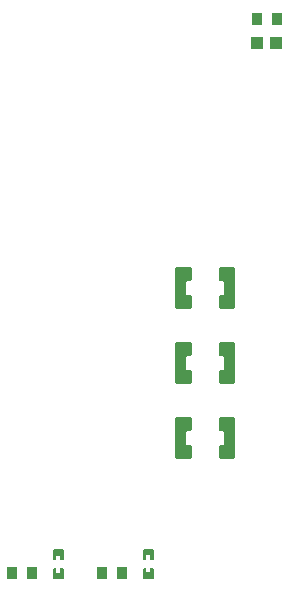
<source format=gtp>
G04 Layer: TopPasteMaskLayer*
G04 EasyEDA v6.5.32, 2023-07-25 14:04:49*
G04 c8ab560ed44a410f903f0410a66912ea,5a6b42c53f6a479593ecc07194224c93,10*
G04 Gerber Generator version 0.2*
G04 Scale: 100 percent, Rotated: No, Reflected: No *
G04 Dimensions in millimeters *
G04 leading zeros omitted , absolute positions ,4 integer and 5 decimal *
%FSLAX45Y45*%
%MOMM*%

%ADD10R,0.8999X1.0000*%
%ADD11R,1.0000X1.1000*%

%LPD*%
G36*
X2423820Y1089710D02*
G01*
X2418791Y1084681D01*
X2418791Y1004722D01*
X2423820Y999693D01*
X2446578Y999693D01*
X2446578Y1036675D01*
X2479598Y1036675D01*
X2479598Y999693D01*
X2503779Y999693D01*
X2508808Y1004722D01*
X2508808Y1084681D01*
X2503779Y1089710D01*
G37*
G36*
X2423820Y929690D02*
G01*
X2418791Y924712D01*
X2418791Y845718D01*
X2423820Y840689D01*
X2503779Y840689D01*
X2508808Y845718D01*
X2508808Y924712D01*
X2503779Y929690D01*
X2479598Y929690D01*
X2479598Y891692D01*
X2446578Y891692D01*
X2446578Y929690D01*
G37*
G36*
X3185769Y930706D02*
G01*
X3180791Y925677D01*
X3180791Y845718D01*
X3185769Y840689D01*
X3265779Y840689D01*
X3270808Y845718D01*
X3270808Y925677D01*
X3265779Y930706D01*
X3242970Y930706D01*
X3242970Y893673D01*
X3210001Y893673D01*
X3210001Y930706D01*
G37*
G36*
X3185769Y1089710D02*
G01*
X3180791Y1084681D01*
X3180791Y1005687D01*
X3185769Y1000709D01*
X3210001Y1000709D01*
X3210001Y1038707D01*
X3242970Y1038707D01*
X3242970Y1000709D01*
X3265779Y1000709D01*
X3270808Y1005687D01*
X3270808Y1084681D01*
X3265779Y1089710D01*
G37*
G36*
X3833418Y2206955D02*
G01*
X3823411Y2196947D01*
X3823411Y2101494D01*
X3833418Y2091486D01*
X3861206Y2091486D01*
X3871214Y2081479D01*
X3871214Y1982520D01*
X3861206Y1972513D01*
X3833418Y1972513D01*
X3823411Y1962505D01*
X3823411Y1867052D01*
X3833418Y1857044D01*
X3954068Y1857044D01*
X3964076Y1867052D01*
X3964076Y2196947D01*
X3954068Y2206955D01*
G37*
G36*
X3462731Y2206955D02*
G01*
X3452723Y2196947D01*
X3452723Y1867052D01*
X3462731Y1857044D01*
X3583381Y1857044D01*
X3593388Y1867052D01*
X3593388Y1962505D01*
X3583381Y1972513D01*
X3555542Y1972513D01*
X3545586Y1982520D01*
X3545586Y2081479D01*
X3555542Y2091486D01*
X3583381Y2091486D01*
X3593388Y2101494D01*
X3593388Y2196947D01*
X3583381Y2206955D01*
G37*
G36*
X3833418Y2841955D02*
G01*
X3823411Y2831947D01*
X3823411Y2736494D01*
X3833418Y2726486D01*
X3861206Y2726486D01*
X3871214Y2716479D01*
X3871214Y2617520D01*
X3861206Y2607513D01*
X3833418Y2607513D01*
X3823411Y2597505D01*
X3823411Y2502052D01*
X3833418Y2492044D01*
X3954068Y2492044D01*
X3964076Y2502052D01*
X3964076Y2831947D01*
X3954068Y2841955D01*
G37*
G36*
X3462731Y2841955D02*
G01*
X3452723Y2831947D01*
X3452723Y2502052D01*
X3462731Y2492044D01*
X3583381Y2492044D01*
X3593388Y2502052D01*
X3593388Y2597505D01*
X3583381Y2607513D01*
X3555542Y2607513D01*
X3545586Y2617520D01*
X3545586Y2716479D01*
X3555542Y2726486D01*
X3583381Y2726486D01*
X3593388Y2736494D01*
X3593388Y2831947D01*
X3583381Y2841955D01*
G37*
G36*
X3833418Y3476955D02*
G01*
X3823411Y3466947D01*
X3823411Y3371494D01*
X3833418Y3361486D01*
X3861206Y3361486D01*
X3871214Y3351479D01*
X3871214Y3252520D01*
X3861206Y3242513D01*
X3833418Y3242513D01*
X3823411Y3232505D01*
X3823411Y3137052D01*
X3833418Y3127044D01*
X3954068Y3127044D01*
X3964076Y3137052D01*
X3964076Y3466947D01*
X3954068Y3476955D01*
G37*
G36*
X3462731Y3476955D02*
G01*
X3452723Y3466947D01*
X3452723Y3137052D01*
X3462731Y3127044D01*
X3583381Y3127044D01*
X3593388Y3137052D01*
X3593388Y3232505D01*
X3583381Y3242513D01*
X3555542Y3242513D01*
X3545586Y3252520D01*
X3545586Y3351479D01*
X3555542Y3361486D01*
X3583381Y3361486D01*
X3593388Y3371494D01*
X3593388Y3466947D01*
X3583381Y3476955D01*
G37*
D10*
G01*
X2073986Y889000D03*
G01*
X2243988Y889000D03*
G01*
X3005988Y889000D03*
G01*
X2836011Y889000D03*
D11*
G01*
X4149090Y5372100D03*
G01*
X4309084Y5372100D03*
D10*
G01*
X4144086Y5575300D03*
G01*
X4314088Y5575300D03*
M02*

</source>
